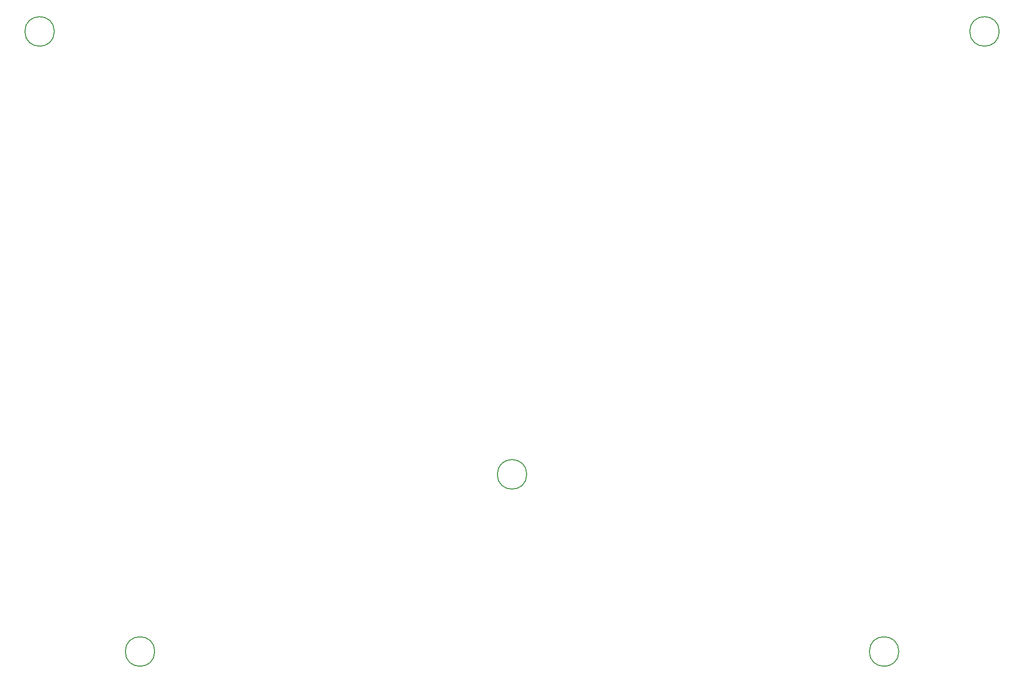
<source format=gbr>
%TF.GenerationSoftware,KiCad,Pcbnew,8.0.6+1*%
%TF.CreationDate,2024-12-15T21:07:01+00:00*%
%TF.ProjectId,pedalboard-display,70656461-6c62-46f6-9172-642d64697370,1.0.1-RC*%
%TF.SameCoordinates,Original*%
%TF.FileFunction,Other,Comment*%
%FSLAX46Y46*%
G04 Gerber Fmt 4.6, Leading zero omitted, Abs format (unit mm)*
G04 Created by KiCad (PCBNEW 8.0.6+1) date 2024-12-15 21:07:01*
%MOMM*%
%LPD*%
G01*
G04 APERTURE LIST*
%ADD10C,0.150000*%
G04 APERTURE END LIST*
D10*
%TO.C,H4*%
X172500000Y-133000000D02*
G75*
G02*
X167500000Y-133000000I-2500000J0D01*
G01*
X167500000Y-133000000D02*
G75*
G02*
X172500000Y-133000000I2500000J0D01*
G01*
%TO.C,H3*%
X189500000Y-28000000D02*
G75*
G02*
X184500000Y-28000000I-2500000J0D01*
G01*
X184500000Y-28000000D02*
G75*
G02*
X189500000Y-28000000I2500000J0D01*
G01*
%TO.C,H2*%
X46500000Y-133000000D02*
G75*
G02*
X41500000Y-133000000I-2500000J0D01*
G01*
X41500000Y-133000000D02*
G75*
G02*
X46500000Y-133000000I2500000J0D01*
G01*
%TO.C,H5*%
X109500000Y-103000000D02*
G75*
G02*
X104500000Y-103000000I-2500000J0D01*
G01*
X104500000Y-103000000D02*
G75*
G02*
X109500000Y-103000000I2500000J0D01*
G01*
%TO.C,H1*%
X29500000Y-28000000D02*
G75*
G02*
X24500000Y-28000000I-2500000J0D01*
G01*
X24500000Y-28000000D02*
G75*
G02*
X29500000Y-28000000I2500000J0D01*
G01*
%TD*%
M02*

</source>
